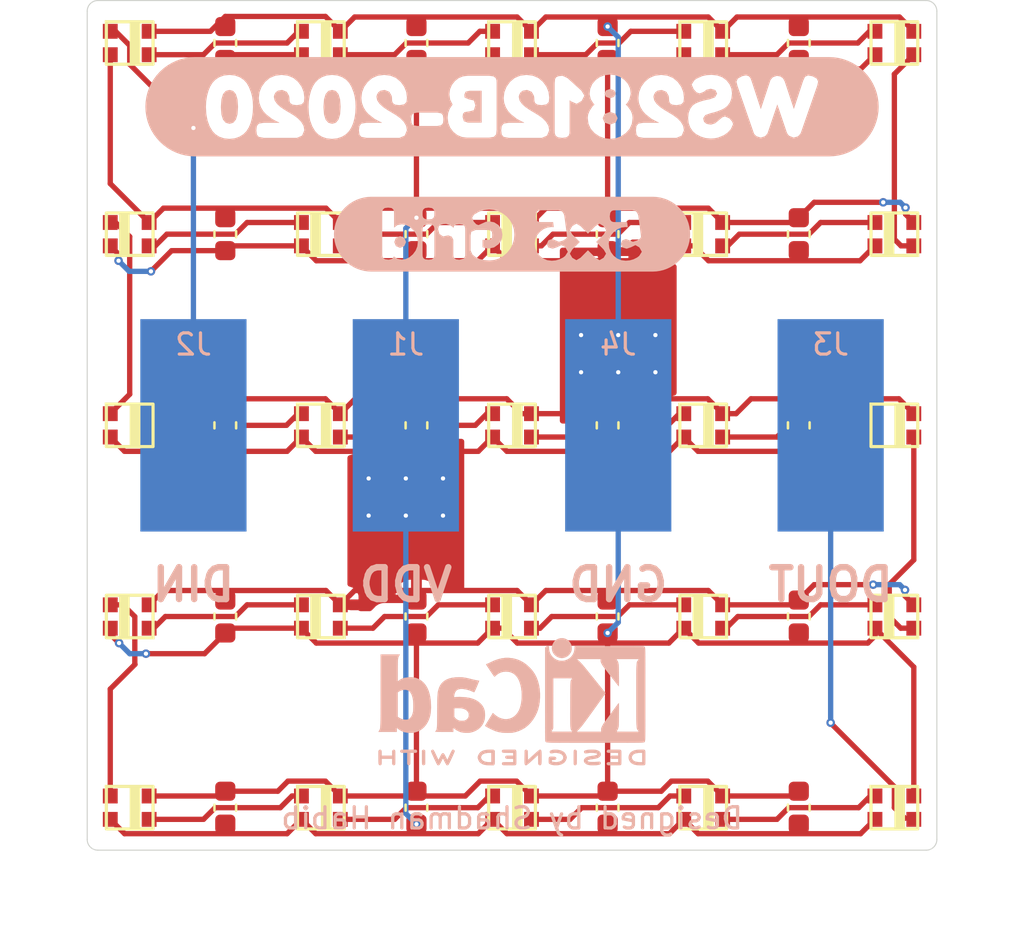
<source format=kicad_pcb>
(kicad_pcb (version 20211014) (generator pcbnew)
  (layers (0 "F.Cu" signal) (31 "B.Cu" signal) (34 "B.Paste" user) (35 "F.Paste" user) (36 "B.SilkS" user "B.Silkscreen") (37 "F.SilkS" user "F.Silkscreen") (38 "B.Mask" user) (39 "F.Mask" user) (44 "Edge.Cuts" user))
  (net 0 "")
  (net 1 "Net-(D1-Pad1)")
  (net 2 "GND")
  (net 3 "/DIN")
  (net 4 "VDD")
  (net 5 "Net-(D2-Pad1)")
  (net 6 "/DOUT_R1")
  (net 7 "Net-(D3-Pad1)")
  (net 8 "/DOUT_R2")
  (net 9 "Net-(D4-Pad1)")
  (net 10 "/DOUT_R3")
  (net 11 "Net-(D10-Pad3)")
  (net 12 "/DOUT_R4")
  (net 13 "Net-(D11-Pad3)")
  (net 14 "Net-(D12-Pad3)")
  (net 15 "Net-(D13-Pad3)")
  (net 16 "Net-(D14-Pad3)")
  (net 17 "Net-(D10-Pad1)")
  (net 18 "Net-(D11-Pad1)")
  (net 19 "Net-(D12-Pad1)")
  (net 20 "Net-(D13-Pad1)")
  (net 21 "Net-(D14-Pad1)")
  (net 22 "Net-(D15-Pad1)")
  (net 23 "Net-(D16-Pad1)")
  (net 24 "Net-(D17-Pad1)")
  (net 25 "Net-(D18-Pad1)")
  (net 26 "Net-(D19-Pad1)")
  (net 27 "Net-(D20-Pad1)")
  (net 28 "/DOUT")
  (footprint "Capacitor_SMD:C_0603_1608Metric" (layer "F.Cu") (at 111.5 75 90)
    (fp_text reference "C9" hide)
    (fp_text value "100n")
  )
  (footprint "WS2812B-2020:WS2812B-2020" (layer "F.Cu") (at 116 93)
    (fp_text reference "D10" hide)
    (fp_text value "WS2812B-2020")
  )
  (footprint "Capacitor_SMD:C_0603_1608Metric" (layer "F.Cu") (at 138.5 84 -90)
    (fp_text reference "C16" hide)
    (fp_text value "100n")
  )
  (footprint "WS2812B-2020:WS2812B-2020" (layer "F.Cu") (at 125 75)
    (fp_text reference "D13" hide)
    (fp_text value "WS2812B-2020")
  )
  (footprint "WS2812B-2020:WS2812B-2020" (layer "F.Cu") (at 143 66 180)
    (fp_text reference "D2" hide)
    (fp_text value "WS2812B-2020")
  )
  (footprint "WS2812B-2020:WS2812B-2020" (layer "F.Cu") (at 125 93)
    (fp_text reference "D15" hide)
    (fp_text value "WS2812B-2020")
  )
  (footprint "Capacitor_SMD:C_0603_1608Metric" (layer "F.Cu") (at 111.5 66 -90)
    (fp_text reference "C5" hide)
    (fp_text value "100n")
  )
  (footprint "Capacitor_SMD:C_0603_1608Metric" (layer "F.Cu") (at 120.5 75 90)
    (fp_text reference "C10" hide)
    (fp_text value "100n")
  )
  (footprint "Capacitor_SMD:C_0603_1608Metric" (layer "F.Cu") (at 111.5 57 90)
    (fp_text reference "C1" hide)
    (fp_text value "100n")
  )
  (footprint "WS2812B-2020:WS2812B-2020" (layer "F.Cu") (at 134 75)
    (fp_text reference "D18" hide)
    (fp_text value "WS2812B-2020")
  )
  (footprint "Capacitor_SMD:C_0603_1608Metric" (layer "F.Cu") (at 138.5 75 90)
    (fp_text reference "C12" hide)
    (fp_text value "100n")
  )
  (footprint "WS2812B-2020:WS2812B-2020" (layer "F.Cu") (at 134 57)
    (fp_text reference "D16" hide)
    (fp_text value "WS2812B-2020")
  )
  (footprint "Capacitor_SMD:C_0603_1608Metric" (layer "F.Cu") (at 120.5 84 -90)
    (fp_text reference "C14" hide)
    (fp_text value "100n")
  )
  (footprint "WS2812B-2020:WS2812B-2020" (layer "F.Cu") (at 125 84 180)
    (fp_text reference "D14" hide)
    (fp_text value "WS2812B-2020")
  )
  (footprint "WS2812B-2020:WS2812B-2020" (layer "F.Cu") (at 134 84 180)
    (fp_text reference "D9" hide)
    (fp_text value "WS2812B-2020")
  )
  (footprint "WS2812B-2020:WS2812B-2020" (layer "F.Cu") (at 107 75)
    (fp_text reference "D3" hide)
    (fp_text value "WS2812B-2020")
  )
  (footprint "WS2812B-2020:WS2812B-2020" (layer "F.Cu") (at 143 57)
    (fp_text reference "D21" hide)
    (fp_text value "WS2812B-2020")
  )
  (footprint "Capacitor_SMD:C_0603_1608Metric" (layer "F.Cu") (at 129.5 57 90)
    (fp_text reference "C3" hide)
    (fp_text value "100n")
  )
  (footprint "WS2812B-2020:WS2812B-2020" (layer "F.Cu") (at 116 57)
    (fp_text reference "D6" hide)
    (fp_text value "WS2812B-2020")
  )
  (footprint "WS2812B-2020:WS2812B-2020" (layer "F.Cu") (at 125 66 180)
    (fp_text reference "D12" hide)
    (fp_text value "WS2812B-2020")
  )
  (footprint "Capacitor_SMD:C_0603_1608Metric" (layer "F.Cu") (at 129.5 84 -90)
    (fp_text reference "C15" hide)
    (fp_text value "100n")
  )
  (footprint "Capacitor_SMD:C_0603_1608Metric" (layer "F.Cu") (at 138.5 66 -90)
    (fp_text reference "C8" hide)
    (fp_text value "100n")
  )
  (footprint "WS2812B-2020:WS2812B-2020" (layer "F.Cu") (at 143 75)
    (fp_text reference "D23" hide)
    (fp_text value "WS2812B-2020")
  )
  (footprint "WS2812B-2020:WS2812B-2020" (layer "F.Cu") (at 134 66 180)
    (fp_text reference "D7" hide)
    (fp_text value "WS2812B-2020")
  )
  (footprint "Capacitor_SMD:C_0603_1608Metric" (layer "F.Cu") (at 120.5 57 90)
    (fp_text reference "C2" hide)
    (fp_text value "100n")
  )
  (footprint "WS2812B-2020:WS2812B-2020" (layer "F.Cu") (at 116 66 180)
    (fp_text reference "D17" hide)
    (fp_text value "WS2812B-2020")
  )
  (footprint "Capacitor_SMD:C_0603_1608Metric" (layer "F.Cu") (at 111.5 93 90)
    (fp_text reference "C17" hide)
    (fp_text value "100n")
  )
  (footprint "WS2812B-2020:WS2812B-2020" (layer "F.Cu") (at 107 84 180)
    (fp_text reference "D24" hide)
    (fp_text value "WS2812B-2020")
  )
  (footprint "WS2812B-2020:WS2812B-2020" (layer "F.Cu") (at 107 57)
    (fp_text reference "D1" hide)
    (fp_text value "WS2812B-2020")
  )
  (footprint "Capacitor_SMD:C_0603_1608Metric" (layer "F.Cu") (at 129.5 93 90)
    (fp_text reference "C19" hide)
    (fp_text value "100n")
  )
  (footprint "Capacitor_SMD:C_0603_1608Metric" (layer "F.Cu") (at 138.5 57 90)
    (fp_text reference "C4" hide)
    (fp_text value "100n")
  )
  (footprint "WS2812B-2020:WS2812B-2020" (layer "F.Cu") (at 134 93)
    (fp_text reference "D20" hide)
    (fp_text value "WS2812B-2020")
  )
  (footprint "Capacitor_SMD:C_0603_1608Metric" (layer "F.Cu") (at 138.5 93 90)
    (fp_text reference "C20" hide)
    (fp_text value "100n")
  )
  (footprint "WS2812B-2020:WS2812B-2020" (layer "F.Cu") (at 143 93)
    (fp_text reference "D25" hide)
    (fp_text value "WS2812B-2020")
  )
  (footprint "WS2812B-2020:WS2812B-2020" (layer "F.Cu") (at 116 75)
    (fp_text reference "D8" hide)
    (fp_text value "WS2812B-2020")
  )
  (footprint "Capacitor_SMD:C_0603_1608Metric" (layer "F.Cu") (at 129.5 75 90)
    (fp_text reference "C11" hide)
    (fp_text value "100n")
  )
  (footprint "WS2812B-2020:WS2812B-2020" (layer "F.Cu") (at 107 93)
    (fp_text reference "D5" hide)
    (fp_text value "WS2812B-2020")
  )
  (footprint "WS2812B-2020:WS2812B-2020" (layer "F.Cu") (at 125 57)
    (fp_text reference "D11" hide)
    (fp_text value "WS2812B-2020")
  )
  (footprint "Capacitor_SMD:C_0603_1608Metric" (layer "F.Cu") (at 111.5 84 -90)
    (fp_text reference "C13" hide)
    (fp_text value "100n")
  )
  (footprint "Capacitor_SMD:C_0603_1608Metric" (layer "F.Cu") (at 129.5 66 -90)
    (fp_text reference "C7" hide)
    (fp_text value "100n")
  )
  (footprint "WS2812B-2020:WS2812B-2020" (layer "F.Cu") (at 116 84 180)
    (fp_text reference "D19" hide)
    (fp_text value "WS2812B-2020")
  )
  (footprint "WS2812B-2020:WS2812B-2020" (layer "F.Cu") (at 107 66 180)
    (fp_text reference "D22" hide)
    (fp_text value "WS2812B-2020")
  )
  (footprint "WS2812B-2020:WS2812B-2020" (layer "F.Cu") (at 143 84 180)
    (fp_text reference "D4" hide)
    (fp_text value "WS2812B-2020")
  )
  (footprint "Capacitor_SMD:C_0603_1608Metric" (layer "F.Cu") (at 120.5 66 -90)
    (fp_text reference "C6" hide)
    (fp_text value "100n")
  )
  (footprint "Capacitor_SMD:C_0603_1608Metric" (layer "F.Cu") (at 120.5 93 90)
    (fp_text reference "C18" hide)
    (fp_text value "100n")
  )
  (footprint "kibuzzard-6351D6F9" (layer "B.Cu") (at 125 66 180)
    (fp_text reference "kibuzzard-6351D6F9" hide)
    (fp_text value "G***" hide)
  )
  (footprint "Connector_Wire:SolderWirePad_1x01_SMD_5x10mm" (layer "B.Cu") (at 110 75 180)
    (fp_text reference "J2")
    (fp_text value "Conn_01x01_Male")
  )
  (footprint "Connector_Wire:SolderWirePad_1x01_SMD_5x10mm" (layer "B.Cu") (at 140 75 180)
    (fp_text reference "J3")
    (fp_text value "Conn_01x01_Male")
  )
  (footprint "kibuzzard-6351D6C0" (layer "B.Cu") (at 125 60 180)
    (fp_text reference "kibuzzard-6351D6C0" hide)
    (fp_text value "G***" hide)
  )
  (footprint "Connector_Wire:SolderWirePad_1x01_SMD_5x10mm" (layer "B.Cu") (at 130 75 180)
    (fp_text reference "J4")
    (fp_text value "Conn_01x01_Male")
  )
  (footprint "Connector_Wire:SolderWirePad_1x01_SMD_5x10mm" (layer "B.Cu") (at 120 75 180)
    (fp_text reference "J1")
    (fp_text value "Conn_01x01_Male")
  )
  (footprint "Symbol:KiCad-Logo2_5mm_SilkScreen" (layer "B.Cu") (at 125 88 180)
    (fp_text reference "REF**" hide)
    (fp_text value "KiCad-Logo2_5mm_SilkScreen" hide)
  )
  (gr_line (start 105.5 95) (end 144.5 95) (layer "Edge.Cuts") (width 0.05))
  (gr_line (start 145 94.5) (end 145 55.5) (layer "Edge.Cuts") (width 0.05))
  (gr_arc (start 105.5 95) (mid 105.146447 94.853553) (end 105 94.5) (layer "Edge.Cuts") (width 0.05))
  (gr_arc (start 145 94.5) (mid 144.853553 94.853553) (end 144.5 95) (layer "Edge.Cuts") (width 0.05))
  (gr_line (start 144.5 55) (end 105.5 55) (layer "Edge.Cuts") (width 0.05))
  (gr_arc (start 105 55.5) (mid 105.146447 55.146447) (end 105.5 55) (layer "Edge.Cuts") (width 0.05))
  (gr_line (start 105 55.5) (end 105 94.5) (layer "Edge.Cuts") (width 0.05))
  (gr_arc (start 144.5 55) (mid 144.853553 55.146447) (end 145 55.5) (layer "Edge.Cuts") (width 0.05))
  (gr_text "DIN" (at 110 82.5) (layer "B.SilkS") (effects (font (size 1.5 1.5) (thickness 0.3)) (justify mirror)))
  (gr_text "DOUT" (at 140 82.5) (layer "B.SilkS") (effects (font (size 1.5 1.5) (thickness 0.3)) (justify mirror)))
  (gr_text "VDD" (at 120 82.5) (layer "B.SilkS") (effects (font (size 1.5 1.5) (thickness 0.3)) (justify mirror)))
  (gr_text "GND" (at 130 82.5) (layer "B.SilkS") (effects (font (size 1.5 1.5) (thickness 0.3)) (justify mirror)))
  (gr_text "Designed by Shadman Habib" (at 125 93.5) (layer "B.SilkS") (effects (font (size 1 1) (thickness 0.153)) (justify mirror)))
  (segment (start 111.022382 57.00048) (end 114.40952 57.00048) (width 0.25) (layer "F.Cu") (net 1))
  (segment (start 107.915 57.55) (end 110.472862 57.55) (width 0.25) (layer "F.Cu") (net 1))
  (segment (start 114.40952 57.00048) (end 114.96 56.45) (width 0.25) (layer "F.Cu") (net 1))
  (segment (start 110.472862 57.55) (end 111.022382 57.00048) (width 0.25) (layer "F.Cu") (net 1))
  (segment (start 114.96 56.45) (end 115.085 56.45) (width 0.25) (layer "F.Cu") (net 1))
  (segment (start 106.4755 66.9405) (end 106.085 66.55) (width 0.25) (layer "F.Cu") (net 2))
  (segment (start 110.8 56.45) (end 107.915 56.45) (width 0.25) (layer "F.Cu") (net 2))
  (segment (start 116.915 74.45) (end 116.215 73.75) (width 0.25) (layer "F.Cu") (net 2))
  (segment (start 129.5 92.225) (end 129.5 84.775) (width 0.25) (layer "F.Cu") (net 2))
  (segment (start 129.5 92.225) (end 132.025 92.225) (width 0.25) (layer "F.Cu") (net 2))
  (segment (start 111.5 55.75) (end 110.8 56.45) (width 0.25) (layer "F.Cu") (net 2))
  (segment (start 115.085 66.55) (end 111.725 66.55) (width 0.25) (layer "F.Cu") (net 2))
  (segment (start 123.5 91.75) (end 125.215 91.75) (width 0.25) (layer "F.Cu") (net 2))
  (segment (start 114.45 91.75) (end 116.215 91.75) (width 0.25) (layer "F.Cu") (net 2))
  (segment (start 132.025 92.225) (end 132.5 91.75) (width 0.25) (layer "F.Cu") (net 2))
  (segment (start 132.385 85.25) (end 133.085 84.55) (width 0.25) (layer "F.Cu") (net 2))
  (segment (start 116.215 55.75) (end 111.5 55.75) (width 0.25) (layer "F.Cu") (net 2))
  (segment (start 134.25 67.25) (end 141.385 67.25) (width 0.25) (layer "F.Cu") (net 2))
  (segment (start 134.915 92.45) (end 138.275 92.45) (width 0.25) (layer "F.Cu") (net 2))
  (segment (start 108.975 66.775) (end 108 67.75) (width 0.25) (layer "F.Cu") (net 2))
  (segment (start 111.5 92.225) (end 113.975 92.225) (width 0.25) (layer "F.Cu") (net 2))
  (segment (start 135.55 74.45) (end 134.915 74.45) (width 0.25) (layer "F.Cu") (net 2))
  (segment (start 106.085 84.835) (end 106.5 85.25) (width 0.25) (layer "F.Cu") (net 2))
  (segment (start 123.385 67.25) (end 124.085 66.55) (width 0.25) (layer "F.Cu") (net 2))
  (segment (start 143.240489 55.775489) (end 135.589511 55.775489) (width 0.25) (layer "F.Cu") (net 2))
  (segment (start 110.525 85.75) (end 107.764989 85.75) (width 0.25) (layer "F.Cu") (net 2))
  (segment (start 143.915 86.38) (end 142.085 84.55) (width 0.25) (layer "F.Cu") (net 2))
  (segment (start 116.915 92.45) (end 122.8 92.45) (width 0.25) (layer "F.Cu") (net 2))
  (segment (start 134.215 73.75) (end 131.5 73.75) (width 0.25) (layer "F.Cu") (net 2))
  (segment (start 116.215 73.75) (end 110.25 73.75) (width 0.25) (layer "F.Cu") (net 2))
  (segment (start 124.085 84.55) (end 124.55 84.55) (width 0.25) (layer "F.Cu") (net 2))
  (segment (start 115.085 66.55) (end 115.785 67.25) (width 0.25) (layer "F.Cu") (net 2))
  (segment (start 116.215 91.75) (end 116.915 92.45) (width 0.25) (layer "F.Cu") (net 2))
  (segment (start 107.915 92.45) (end 111.275 92.45) (width 0.25) (layer "F.Cu") (net 2))
  (segment (start 134.215 91.75) (end 134.915 92.45) (width 0.25) (layer "F.Cu") (net 2))
  (segment (start 116.915 56.45) (end 116.215 55.75) (width 0.25) (layer "F.Cu") (net 2))
  (segment (start 143.215 73.75) (end 136.25 73.75) (width 0.25) (layer "F.Cu") (net 2))
  (segment (start 130.8 74.45) (end 125.915 74.45) (width 0.25) (layer "F.Cu") (net 2))
  (segment (start 120.5 92.225) (end 120.5 84.775) (width 0.25) (layer "F.Cu") (net 2))
  (segment (start 124.085 66.55) (end 124.785 67.25) (width 0.25) (layer "F.Cu") (net 2))
  (segment (start 113.975 92.225) (end 114.45 91.75) (width 0.25) (layer "F.Cu") (net 2))
  (segment (start 143.915 92.45) (end 143.915 86.38) (width 0.25) (layer "F.Cu") (net 2))
  (segment (start 122.8 92.45) (end 123.5 91.75) (width 0.25) (layer "F.Cu") (net 2))
  (segment (start 134.915 74.45) (end 134.215 73.75) (width 0.25) (layer "F.Cu") (net 2))
  (segment (start 109.55 74.45) (end 107.915 74.45) (width 0.25) (layer "F.Cu") (net 2))
  (segment (start 133.55 66.55) (end 134.25 67.25) (width 0.25) (layer "F.Cu") (net 2))
  (segment (start 124.75 73.75) (end 117.615 73.75) (width 0.25) (layer "F.Cu") (net 2))
  (segment (start 110.25 73.75) (end 109.55 74.45) (width 0.25) (layer "F.Cu") (net 2))
  (segment (start 124.785 67.25) (end 131.75 67.25) (width 0.25) (layer "F.Cu") (net 2))
  (segment (start 131.5 73.75) (end 130.8 74.45) (width 0.25) (layer "F.Cu") (net 2))
  (segment (start 111.725 84.55) (end 111.5 84.775) (width 0.25) (layer "F.Cu") (net 2))
  (segment (start 143.915 56.45) (end 143.240489 55.775489) (width 0.25) (layer "F.Cu") (net 2))
  (segment (start 126.589511 55.775489) (end 125.915 56.45) (width 0.25) (layer "F.Cu") (net 2))
  (segment (start 132.45 66.55) (end 133.085 66.55) (width 0.25) (layer "F.Cu") (net 2))
  (segment (start 133.085 66.55) (end 133.55 66.55) (width 0.25) (layer "F.Cu") (net 2))
  (segment (start 125.240489 55.775489) (end 117.589511 55.775489) (width 0.25) (layer "F.Cu") (net 2))
  (segment (start 117.615 73.75) (end 116.915 74.45) (width 0.25) (layer "F.Cu") (net 2))
  (segment (start 115.085 84.55) (end 111.725 84.55) (width 0.25) (layer "F.Cu") (net 2))
  (segment (start 115.785 67.25) (end 123.385 67.25) (width 0.25) (layer "F.Cu") (net 2))
  (segment (start 125.915 92.45) (end 129.275 92.45) (width 0.25) (layer "F.Cu") (net 2))
  (segment (start 132.5 91.75) (end 134.215 91.75) (width 0.25) (layer "F.Cu") (net 2))
  (segment (start 143.915 74.45) (end 143.215 73.75) (width 0.25) (layer "F.Cu") (net 2))
  (segment (start 131.75 67.25) (end 132.45 66.55) (width 0.25) (layer "F.Cu") (net 2))
  (segment (start 124.55 84.55) (end 125.25 85.25) (width 0.25) (layer "F.Cu") (net 2))
  (segment (start 133.085 84.55) (end 133.785 85.25) (width 0.25) (layer "F.Cu") (net 2))
  (segment (start 115.085 84.55) (end 115.785 85.25) (width 0.25) (layer "F.Cu") (net 2))
  (segment (start 115.785 85.25) (end 123.385 85.25) (width 0.25) (layer "F.Cu") (net 2))
  (segment (start 125.45 74.45) (end 124.75 73.75) (width 0.25) (layer "F.Cu") (net 2))
  (segment (start 125.915 56.45) (end 125.240489 55.775489) (width 0.25) (layer "F.Cu") (net 2))
  (segment (start 141.75 85.25) (end 142.085 84.915) (width 0.25) (layer "F.Cu") (net 2))
  (segment (start 129.275 92.45) (end 129.5 92.225) (width 0.25) (layer "F.Cu") (net 2))
  (segment (start 117.589511 55.775489) (end 116.915 56.45) (width 0.25) (layer "F.Cu") (net 2))
  (segment (start 142.085 84.915) (end 142.085 84.55) (width 0.25) (layer "F.Cu") (net 2))
  (segment (start 133.785 85.25) (end 141.75 85.25) (width 0.25) (layer "F.Cu") (net 2))
  (segment (start 125.915 74.45) (end 125.45 74.45) (width 0.25) (layer "F.Cu") (net 2))
  (segment (start 135.589511 55.775489) (end 134.915 56.45) (width 0.25) (layer "F.Cu") (net 2))
  (segment (start 111.725 66.55) (end 111.5 66.775) (width 0.25) (layer "F.Cu") (net 2))
  (segment (start 134.240489 55.775489) (end 126.589511 55.775489) (width 0.25) (layer "F.Cu") (net 2))
  (segment (start 111.275 92.45) (end 111.5 92.225) (width 0.25) (layer "F.Cu") (net 2))
  (segment (start 123.385 85.25) (end 124.085 84.55) (width 0.25) (layer "F.Cu") (net 2))
  (segment (start 136.25 73.75) (end 135.55 74.45) (width 0.25) (layer "F.Cu") (net 2))
  (segment (start 138.275 92.45) (end 138.5 92.225) (width 0.25) (layer "F.Cu") (net 2))
  (segment (start 106.4755 67.25) (end 106.4755 66.9405) (width 0.25) (layer "F.Cu") (net 2))
  (segment (start 106.085 84.55) (end 106.085 84.835) (width 0.25) (layer "F.Cu") (net 2))
  (segment (start 134.915 56.45) (end 134.240489 55.775489) (width 0.25) (layer "F.Cu") (net 2))
  (segment (start 125.215 91.75) (end 125.915 92.45) (width 0.25) (layer "F.Cu") (net 2))
  (segment (start 141.385 67.25) (end 142.085 66.55) (width 0.25) (layer "F.Cu") (net 2))
  (segment (start 111.5 84.775) (end 110.525 85.75) (width 0.25) (layer "F.Cu") (net 2))
  (segment (start 125.25 85.25) (end 132.385 85.25) (width 0.25) (layer "F.Cu") (net 2))
  (segment (start 111.5 66.775) (end 108.975 66.775) (width 0.25) (layer "F.Cu") (net 2))
  (via (at 107.764989 85.75) (size 0.4) (drill 0.2) (layers "F.Cu" "B.Cu") (net 2))
  (via (at 106.4755 67.25) (size 0.4) (drill 0.2) (layers "F.Cu" "B.Cu") (net 2))
  (via (at 129.5 56.225) (size 0.4) (drill 0.2) (layers "F.Cu" "B.Cu") (net 2))
  (via (at 108 67.75) (size 0.4) (drill 0.2) (layers "F.Cu" "B.Cu") (net 2))
  (via (at 106.5 85.25) (size 0.4) (drill 0.2) (layers "F.Cu" "B.Cu") (net 2))
  (via (at 130 70.75) (size 0.4) (drill 0.2) (layers "F.Cu" "B.Cu") (net 2))
  (via (at 128.25 72.5) (size 0.4) (drill 0.2) (layers "F.Cu" "B.Cu") (net 2))
  (via (at 131.75 70.75) (size 0.4) (drill 0.2) (layers "F.Cu" "B.Cu") (net 2))
  (via (at 128.25 70.75) (size 0.4) (drill 0.2) (layers "F.Cu" "B.Cu") (net 2))
  (via (at 129.5 84.775) (size 0.4) (drill 0.2) (layers "F.Cu" "B.Cu") (net 2))
  (via (at 130 72.5) (size 0.4) (drill 0.2) (layers "F.Cu" "B.Cu") (net 2))
  (via (at 131.75 72.5) (size 0.4) (drill 0.2) (layers "F.Cu" "B.Cu") (net 2))
  (segment (start 106.9755 67.75) (end 106.4755 67.25) (width 0.25) (layer "B.Cu") (net 2))
  (segment (start 108 67.75) (end 106.9755 67.75) (width 0.25) (layer "B.Cu") (net 2))
  (segment (start 107 85.75) (end 106.5 85.25) (width 0.25) (layer "B.Cu") (net 2))
  (segment (start 130 75) (end 130 56.725) (width 0.25) (layer "B.Cu") (net 2))
  (segment (start 130 84.275) (end 129.5 84.775) (width 0.25) (layer "B.Cu") (net 2))
  (segment (start 130 56.725) (end 129.5 56.225) (width 0.25) (layer "B.Cu") (net 2))
  (segment (start 130 75) (end 130 84.275) (width 0.25) (layer "B.Cu") (net 2))
  (segment (start 107.764989 85.75) (end 107 85.75) (width 0.25) (layer "B.Cu") (net 2))
  (segment (start 106.085 56.45) (end 106.334022 56.45) (width 0.25) (layer "F.Cu") (net 3))
  (segment (start 106.334022 56.45) (end 107 57.115978) (width 0.25) (layer "F.Cu") (net 3))
  (segment (start 107 58) (end 110 61) (width 0.25) (layer "F.Cu") (net 3))
  (segment (start 107 57.115978) (end 107 58) (width 0.25) (layer "F.Cu") (net 3))
  (via (at 110 61) (size 0.4) (drill 0.2) (layers "F.Cu" "B.Cu") (net 3))
  (segment (start 110 61) (end 110 75) (width 0.25) (layer "B.Cu") (net 3))
  (segment (start 134.915 83.45) (end 138.275 83.45) (width 0.25) (layer "F.Cu") (net 4))
  (segment (start 133.759511 76.224511) (end 141.410489 76.224511) (width 0.25) (layer "F.Cu") (net 4))
  (segment (start 123.410489 58.224511) (end 124.085 57.55) (width 0.25) (layer "F.Cu") (net 4))
  (segment (start 116.240489 64.775489) (end 108.589511 64.775489) (width 0.25) (layer "F.Cu") (net 4))
  (segment (start 138.275 65.45) (end 134.915 65.45) (width 0.25) (layer "F.Cu") (net 4))
  (segment (start 106.085 63.62) (end 107.915 65.45) (width 0.25) (layer "F.Cu") (net 4))
  (segment (start 139.225 82.5) (end 142 82.5) (width 0.25) (layer "F.Cu") (net 4))
  (segment (start 116.915 65.45) (end 116.240489 64.775489) (width 0.25) (layer "F.Cu") (net 4))
  (segment (start 132.410489 94.224511) (end 133.085 93.55) (width 0.25) (layer "F.Cu") (net 4))
  (segment (start 117.589511 64.775489) (end 116.915 65.45) (width 0.25) (layer "F.Cu") (net 4))
  (segment (start 123.410489 94.224511) (end 124.085 93.55) (width 0.25) (layer "F.Cu") (net 4))
  (segment (start 124.759511 76.224511) (end 132.410489 76.224511) (width 0.25) (layer "F.Cu") (net 4))
  (segment (start 116.915 83.45) (end 116.240489 82.775489) (width 0.25) (layer "F.Cu") (net 4))
  (segment (start 114.410489 94.224511) (end 115.085 93.55) (width 0.25) (layer "F.Cu") (net 4))
  (segment (start 124.085 75.55) (end 124.759511 76.224511) (width 0.25) (layer "F.Cu") (net 4))
  (segment (start 143.5 82.75) (end 143.5 83.035) (width 0.25) (layer "F.Cu") (net 4))
  (segment (start 115.085 57.55) (end 111.725 57.55) (width 0.25) (layer "F.Cu") (net 4))
  (segment (start 134.240489 82.775489) (end 126.589511 82.775489) (width 0.25) (layer "F.Cu") (net 4))
  (segment (start 141.410489 76.224511) (end 142.085 75.55) (width 0.25) (layer "F.Cu") (net 4))
  (segment (start 124.759511 58.224511) (end 132.410489 58.224511) (width 0.25) (layer "F.Cu") (net 4))
  (segment (start 143.5245 64.75) (end 143.5245 65.0595) (width 0.25) (layer "F.Cu") (net 4))
  (segment (start 106.759511 76.224511) (end 114.410489 76.224511) (width 0.25) (layer "F.Cu") (net 4))
  (segment (start 117.589511 82.775489) (end 116.915 83.45) (width 0.25) (layer "F.Cu") (net 4))
  (segment (start 138.5 65.225) (end 139.225 64.5) (width 0.25) (layer "F.Cu") (net 4))
  (segment (start 143.5245 65.0595) (end 143.915 65.45) (width 0.25) (layer "F.Cu") (net 4))
  (segment (start 115.085 93.55) (end 115.759511 94.224511) (width 0.25) (layer "F.Cu") (net 4))
  (segment (start 133.085 57.55) (end 133.759511 58.224511) (width 0.25) (layer "F.Cu") (net 4))
  (segment (start 143.5 83.035) (end 143.915 83.45) (width 0.25) (layer "F.Cu") (net 4))
  (segment (start 139.225 64.5) (end 142.4755 64.5) (width 0.25) (layer "F.Cu") (net 4))
  (segment (start 124.085 93.55) (end 124.759511 94.224511) (width 0.25) (layer "F.Cu") (net 4))
  (segment (start 125.915 65.45) (end 125.240489 64.775489) (width 0.25) (layer "F.Cu") (net 4))
  (segment (start 124.759511 94.224511) (end 132.410489 94.224511) (width 0.25) (layer "F.Cu") (net 4))
  (segment (start 106.085 93.55) (end 106.759511 94.224511) (width 0.25) (layer "F.Cu") (net 4))
  (segment (start 138.5 83.225) (end 139.225 82.5) (width 0.25) (layer "F.Cu") (net 4))
  (segment (start 108.589511 82.775489) (end 107.915 83.45) (width 0.25) (layer "F.Cu") (net 4))
  (segment (start 125.240489 64.775489) (end 117.589511 64.775489) (width 0.25) (layer "F.Cu") (net 4))
  (segment (start 141.410489 58.224511) (end 142.085 57.55) (width 0.25) (layer "F.Cu") (net 4))
  (segment (start 132.410489 76.224511) (end 133.085 75.55) (width 0.25) (layer "F.Cu") (net 4))
  (segment (start 108.589511 64.775489) (end 107.915 65.45) (width 0.25) (layer "F.Cu") (net 4))
  (segment (start 133.759511 94.224511) (end 141.410489 94.224511) (width 0.25) (layer "F.Cu") (net 4))
  (segment (start 115.085 57.55) (end 115.759511 58.224511) (width 0.25) (layer "F.Cu") (net 4))
  (segment (start 123.410489 76.224511) (end 124.085 75.55) (width 0.25) (layer "F.Cu") (net 4))
  (segment (start 133.759511 58.224511) (end 141.410489 58.224511) (width 0.25) (layer "F.Cu") (net 4))
  (segment (start 115.759511 58.224511) (end 123.410489 58.224511) (width 0.25) (layer "F.Cu") (net 4))
  (segment (start 133.085 75.55) (end 133.759511 76.224511) (width 0.25) (layer "F.Cu") (net 4))
  (segment (start 134.915 65.45) (end 134.240489 64.775489) (width 0.25) (layer "F.Cu") (net 4))
  (segment (start 116.240489 82.775489) (end 108.589511 82.775489) (width 0.25) (layer "F.Cu") (net 4))
  (segment (start 141.410489 94.224511) (end 142.085 93.55) (width 0.25) (layer "F.Cu") (net 4))
  (segment (start 125.240489 82.775489) (end 117.589511 82.775489) (width 0.25) (layer "F.Cu") (net 4))
  (segment (start 134.915 83.45) (end 134.240489 82.775489) (width 0.25) (layer "F.Cu") (net 4))
  (segment (start 126.589511 82.775489) (end 125.915 83.45) (width 0.25) (layer "F.Cu") (net 4))
  (segment (start 133.085 93.55) (end 133.759511 94.224511) (width 0.25) (layer "F.Cu") (net 4))
  (segment (start 132.410489 58.224511) (end 133.085 57.55) (width 0.25) (layer "F.Cu") (net 4))
  (segment (start 106.085 57.55) (end 106.085 63.62) (width 0.25) (layer "F.Cu") (net 4))
  (segment (start 138.275 83.45) (end 138.5 83.225) (width 0.25) (layer "F.Cu") (net 4))
  (segment (start 124.085 57.55) (end 124.759511 58.224511) (width 0.25) (layer "F.Cu") (net 4))
  (segment (start 106.759511 94.224511) (end 114.410489 94.224511) (width 0.25) (layer "F.Cu") (net 4))
  (segment (start 115.759511 76.224511) (end 123.410489 76.224511) (width 0.25) (layer "F.Cu") (net 4))
  (segment (start 129.5 57.775) (end 129.5 65.225) (width 0.25) (layer "F.Cu") (net 4))
  (segment (start 106.085 75.55) (end 106.759511 76.224511) (width 0.25) (layer "F.Cu") (net 4))
  (segment (start 126.589511 64.775489) (end 125.915 65.45) (width 0.25) (layer "F.Cu") (net 4))
  (segment (start 115.759511 94.224511) (end 123.410489 94.224511) (width 0.25) (layer "F.Cu") (net 4))
  (segment (start 115.085 75.55) (end 115.759511 76.224511) (width 0.25) (layer "F.Cu") (net 4))
  (segment (start 138.5 65.225) (end 138.275 65.45) (width 0.25) (layer "F.Cu") (net 4))
  (segment (start 134.240489 64.775489) (end 126.589511 64.775489) (width 0.25) (layer "F.Cu") (net 4))
  (segment (start 125.915 83.45) (end 125.240489 82.775489) (width 0.25) (layer "F.Cu") (net 4))
  (segment (start 120.5 57.775) (end 120.5 65.225) (width 0.25) (layer "F.Cu") (net 4))
  (segment (start 114.410489 76.224511) (end 115.085 75.55) (width 0.25) (layer "F.Cu") (net 4))
  (segment (start 111.725 57.55) (end 111.5 57.775) (width 0.25) (layer "F.Cu") (net 4))
  (via (at 120.5 65.225) (size 0.4) (drill 0.2) (layers "F.Cu" "B.Cu") (net 4))
  (via (at 120 79.25) (size 0.4) (drill 0.2) (layers "F.Cu" "B.Cu") (net 4))
  (via (at 142.4755 64.5) (size 0.4) (drill 0.2) (layers "F.Cu" "B.Cu") (net 4))
  (via (at 143.5245 64.75) (size 0.4) (drill 0.2) (layers "F.Cu" "B.Cu") (net 4))
  (via (at 120 77.5) (size 0.4) (drill 0.2) (layers "F.Cu" "B.Cu") (net 4))
  (via (at 118.25 79.25) (size 0.4) (drill 0.2) (layers "F.Cu" "B.Cu") (net 4))
  (via (at 143.5 82.75) (size 0.4) (drill 0.2) (layers "F.Cu" "B.Cu") (net 4))
  (via (at 118.25 77.5) (size 0.4) (drill 0.2) (layers "F.Cu" "B.Cu") (net 4))
  (via (at 120.5 93.775) (size 0.4) (drill 0.2) (layers "F.Cu" "B.Cu") (net 4))
  (via (at 142 82.5) (size 0.4) (drill 0.2) (layers "F.Cu" "B.Cu") (net 4))
  (via (at 121.75 77.5) (size 0.4) (drill 0.2) (layers "F.Cu" "B.Cu") (net 4))
  (via (at 121.75 79.25) (size 0.4) (drill 0.2) (layers "F.Cu" "B.Cu") (net 4))
  (segment (start 142.4755 64.5) (end 143.2745 64.5) (width 0.25) (layer "B.Cu") (net 4))
  (segment (start 120 65.725) (end 120.5 65.225) (width 0.25) (layer "B.Cu") (net 4))
  (segment (start 143.25 82.5) (end 143.5 82.75) (width 0.25) (layer "B.Cu") (net 4))
  (segment (start 142 82.5) (end 143.25 82.5) (width 0.25) (layer "B.Cu") (net 4))
  (segment (start 143.2745 64.5) (end 143.5245 64.75) (width 0.25) (layer "B.Cu") (net 4))
  (segment (start 120 75) (end 120 93.275) (width 0.25) (layer "B.Cu") (net 4))
  (segment (start 120 93.275) (end 120.5 93.775) (width 0.25) (layer "B.Cu") (net 4))
  (segment (start 120 75) (end 120 65.725) (width 0.25) (layer "B.Cu") (net 4))
  (segment (start 139.527138 65.45) (end 138.977138 66) (width 0.25) (layer "F.Cu") (net 5))
  (segment (start 135.7 66) (end 135.15 66.55) (width 0.25) (layer "F.Cu") (net 5))
  (segment (start 142.085 65.45) (end 139.527138 65.45) (width 0.25) (layer "F.Cu") (net 5))
  (segment (start 138.977138 66) (end 135.7 66) (width 0.25) (layer "F.Cu") (net 5))
  (segment (start 135.15 66.55) (end 134.915 66.55) (width 0.25) (layer "F.Cu") (net 5))
  (segment (start 143.915 57.55) (end 143 58.465) (width 0.25) (layer "F.Cu") (net 6))
  (segment (start 143.315 66.55) (end 143.915 66.55) (width 0.25) (layer "F.Cu") (net 6))
  (segment (start 143 66.235) (end 143.315 66.55) (width 0.25) (layer "F.Cu") (net 6))
  (segment (start 143 58.465) (end 143 66.235) (width 0.25) (layer "F.Cu") (net 6))
  (segment (start 107.915 75.55) (end 110.472862 75.55) (width 0.25) (layer "F.Cu") (net 7))
  (segment (start 114.93 74.45) (end 115.085 74.45) (width 0.25) (layer "F.Cu") (net 7))
  (segment (start 111.022862 75) (end 114.38 75) (width 0.25) (layer "F.Cu") (net 7))
  (segment (start 110.472862 75.55) (end 111.022862 75) (width 0.25) (layer "F.Cu") (net 7))
  (segment (start 114.38 75) (end 114.93 74.45) (width 0.25) (layer "F.Cu") (net 7))
  (segment (start 106.085 65.45) (end 106.334022 65.45) (width 0.25) (layer "F.Cu") (net 8))
  (segment (start 106.334022 65.45) (end 107 66.115978) (width 0.25) (layer "F.Cu") (net 8))
  (segment (start 107 66.115978) (end 107 73.535) (width 0.25) (layer "F.Cu") (net 8))
  (segment (start 107 73.535) (end 106.085 74.45) (width 0.25) (layer "F.Cu") (net 8))
  (segment (start 138.977138 84) (end 135.63 84) (width 0.25) (layer "F.Cu") (net 9))
  (segment (start 139.527138 83.45) (end 138.977138 84) (width 0.25) (layer "F.Cu") (net 9))
  (segment (start 135.08 84.55) (end 134.915 84.55) (width 0.25) (layer "F.Cu") (net 9))
  (segment (start 135.63 84) (end 135.08 84.55) (width 0.25) (layer "F.Cu") (net 9))
  (segment (start 142.085 83.45) (end 139.527138 83.45) (width 0.25) (layer "F.Cu") (net 9))
  (segment (start 142.75 82.5) (end 143.915 81.335) (width 0.25) (layer "F.Cu") (net 10))
  (segment (start 143.915 84.55) (end 143.3 84.55) (width 0.25) (layer "F.Cu") (net 10))
  (segment (start 142.759511 82.509511) (end 142.75 82.5) (width 0.25) (layer "F.Cu") (net 10))
  (segment (start 142.759511 84.009511) (end 142.759511 82.509511) (width 0.25) (layer "F.Cu") (net 10))
  (segment (start 143.3 84.55) (end 142.759511 84.009511) (width 0.25) (layer "F.Cu") (net 10))
  (segment (start 143.915 81.335) (end 143.915 75.55) (width 0.25) (layer "F.Cu") (net 10))
  (segment (start 110.472862 93.55) (end 111.022862 93) (width 0.25) (layer "F.Cu") (net 11))
  (segment (start 111.022862 93) (end 114.09 93) (width 0.25) (layer "F.Cu") (net 11))
  (segment (start 114.09 93) (end 114.64 92.45) (width 0.25) (layer "F.Cu") (net 11))
  (segment (start 114.64 92.45) (end 115.085 92.45) (width 0.25) (layer "F.Cu") (net 11))
  (segment (start 107.915 93.55) (end 110.472862 93.55) (width 0.25) (layer "F.Cu") (net 11))
  (segment (start 107.240489 84.005489) (end 107.240489 86.240489) (width 0.25) (layer "F.Cu") (net 12))
  (segment (start 107.240489 86.240489) (end 107.25 86.25) (width 0.25) (layer "F.Cu") (net 12))
  (segment (start 107.25 86.25) (end 106.085 87.415) (width 0.25) (layer "F.Cu") (net 12))
  (segment (start 106.685 83.45) (end 107.240489 84.005489) (width 0.25) (layer "F.Cu") (net 12))
  (segment (start 106.085 83.45) (end 106.685 83.45) (width 0.25) (layer "F.Cu") (net 12))
  (segment (start 106.085 87.415) (end 106.085 92.45) (width 0.25) (layer "F.Cu") (net 12))
  (segment (start 123.485 56.45) (end 124.085 56.45) (width 0.25) (layer "F.Cu") (net 13))
  (segment (start 122.935 57) (end 123.485 56.45) (width 0.25) (layer "F.Cu") (net 13))
  (segment (start 119.472862 57.55) (end 120.022862 57) (width 0.25) (layer "F.Cu") (net 13))
  (segment (start 116.915 57.55) (end 119.472862 57.55) (width 0.25) (layer "F.Cu") (net 13))
  (segment (start 120.022862 57) (end 122.935 57) (width 0.25) (layer "F.Cu") (net 13))
  (segment (start 126.92952 66.00048) (end 126.38 66.55) (width 0.25) (layer "F.Cu") (net 14))
  (segment (start 126.38 66.55) (end 125.915 66.55) (width 0.25) (layer "F.Cu") (net 14))
  (segment (start 130.528098 65.45) (end 129.977618 66.00048) (width 0.25) (layer "F.Cu") (net 14))
  (segment (start 129.977618 66.00048) (end 126.92952 66.00048) (width 0.25) (layer "F.Cu") (net 14))
  (segment (start 133.085 65.45) (end 130.528098 65.45) (width 0.25) (layer "F.Cu") (net 14))
  (segment (start 119.471902 75.55) (end 120.022382 74.99952) (width 0.25) (layer "F.Cu") (net 15))
  (segment (start 116.915 75.55) (end 119.471902 75.55) (width 0.25) (layer "F.Cu") (net 15))
  (segment (start 123.82 74.45) (end 124.085 74.45) (width 0.25) (layer "F.Cu") (net 15))
  (segment (start 120.022382 74.99952) (end 123.27048 74.99952) (width 0.25) (layer "F.Cu") (net 15))
  (segment (start 123.27048 74.99952) (end 123.82 74.45) (width 0.25) (layer "F.Cu") (net 15))
  (segment (start 126.32 84.55) (end 125.915 84.55) (width 0.25) (layer "F.Cu") (net 16))
  (segment (start 126.86952 84.00048) (end 126.32 84.55) (width 0.25) (layer "F.Cu") (net 16))
  (segment (start 129.977618 84.00048) (end 126.86952 84.00048) (width 0.25) (layer "F.Cu") (net 16))
  (segment (start 133.085 83.45) (end 130.528098 83.45) (width 0.25) (layer "F.Cu") (net 16))
  (segment (start 130.528098 83.45) (end 129.977618 84.00048) (width 0.25) (layer "F.Cu") (net 16))
  (segment (start 120.022862 93) (end 123.39 93) (width 0.25) (layer "F.Cu") (net 17))
  (segment (start 123.94 92.45) (end 124.085 92.45) (width 0.25) (layer "F.Cu") (net 17))
  (segment (start 116.915 93.55) (end 119.472862 93.55) (width 0.25) (layer "F.Cu") (net 17))
  (segment (start 119.472862 93.55) (end 120.022862 93) (width 0.25) (layer "F.Cu") (net 17))
  (segment (start 123.39 93) (end 123.94 92.45) (width 0.25) (layer "F.Cu") (net 17))
  (segment (start 130.04 57) (end 130.59 56.45) (width 0.25) (layer "F.Cu") (net 18))
  (segment (start 125.915 57.55) (end 128.472862 57.55) (width 0.25) (layer "F.Cu") (net 18))
  (segment (start 129.022862 57) (end 130.04 57) (width 0.25) (layer "F.Cu") (net 18))
  (segment (start 130.59 56.45) (end 133.085 56.45) (width 0.25) (layer "F.Cu") (net 18))
  (segment (start 128.472862 57.55) (end 129.022862 57) (width 0.25) (layer "F.Cu") (net 18))
  (segment (start 124.085 65.45) (end 121.527138 65.45) (width 0.25) (layer "F.Cu") (net 19))
  (segment (start 117.12 66.55) (end 116.915 66.55) (width 0.25) (layer "F.Cu") (net 19))
  (segment (start 117.67048 65.99952) (end 117.12 66.55) (width 0.25) (layer "F.Cu") (net 19))
  (segment (start 120.977618 65.99952) (end 117.67048 65.99952) (width 0.25) (layer "F.Cu") (net 19))
  (segment (start 121.527138 65.45) (end 120.977618 65.99952) (width 0.25) (layer "F.Cu") (net 19))
  (segment (start 128.472862 75.55) (end 129.022862 75) (width 0.25) (layer "F.Cu") (net 20))
  (segment (start 132.88 74.45) (end 133.085 74.45) (width 0.25) (layer "F.Cu") (net 20))
  (segment (start 129.022862 75) (end 132.33 75) (width 0.25) (layer "F.Cu") (net 20))
  (segment (start 132.33 75) (end 132.88 74.45) (width 0.25) (layer "F.Cu") (net 20))
  (segment (start 125.915 75.55) (end 128.472862 75.55) (width 0.25) (layer "F.Cu") (net 20))
  (segment (start 118.45 84.55) (end 116.915 84.55) (width 0.25) (layer "F.Cu") (net 21))
  (segment (start 121.528098 83.45) (end 120.977618 84.00048) (width 0.25) (layer "F.Cu") (net 21))
  (segment (start 124.085 83.45) (end 121.528098 83.45) (width 0.25) (layer "F.Cu") (net 21))
  (segment (start 118.99952 84.00048) (end 118.45 84.55) (width 0.25) (layer "F.Cu") (net 21))
  (segment (start 120.977618 84.00048) (end 118.99952 84.00048) (width 0.25) (layer "F.Cu") (net 21))
  (segment (start 132.435718 92.45) (end 131.885718 93) (width 0.25) (layer "F.Cu") (net 22))
  (segment (start 133.085 92.45) (end 132.435718 92.45) (width 0.25) (layer "F.Cu") (net 22))
  (segment (start 128.28 93) (end 127.73 93.55) (width 0.25) (layer "F.Cu") (net 22))
  (segment (start 131.885718 93) (end 128.28 93) (width 0.25) (layer "F.Cu") (net 22))
  (segment (start 127.73 93.55) (end 125.915 93.55) (width 0.25) (layer "F.Cu") (net 22))
  (segment (start 141.83 56.45) (end 142.085 56.45) (width 0.25) (layer "F.Cu") (net 23))
  (segment (start 138.021902 57) (end 141.28 57) (width 0.25) (layer "F.Cu") (net 23))
  (segment (start 134.915 57.55) (end 137.471902 57.55) (width 0.25) (layer "F.Cu") (net 23))
  (segment (start 141.28 57) (end 141.83 56.45) (width 0.25) (layer "F.Cu") (net 23))
  (segment (start 137.471902 57.55) (end 138.021902 57) (width 0.25) (layer "F.Cu") (net 23))
  (segment (start 111.977618 65.99952) (end 108.75048 65.99952) (width 0.25) (layer "F.Cu") (net 24))
  (segment (start 112.527138 65.45) (end 111.977618 65.99952) (width 0.25) (layer "F.Cu") (net 24))
  (segment (start 115.085 65.45) (end 112.527138 65.45) (width 0.25) (layer "F.Cu") (net 24))
  (segment (start 108.75048 65.99952) (end 108.2 66.55) (width 0.25) (layer "F.Cu") (net 24))
  (segment (start 108.2 66.55) (end 107.915 66.55) (width 0.25) (layer "F.Cu") (net 24))
  (segment (start 141.22 75) (end 141.77 74.45) (width 0.25) (layer "F.Cu") (net 25))
  (segment (start 138.022862 75) (end 141.22 75) (width 0.25) (layer "F.Cu") (net 25))
  (segment (start 137.472862 75.55) (end 138.022862 75) (width 0.25) (layer "F.Cu") (net 25))
  (segment (start 141.77 74.45) (end 142.085 74.45) (width 0.25) (layer "F.Cu") (net 25))
  (segment (start 134.915 75.55) (end 137.472862 75.55) (width 0.25) (layer "F.Cu") (net 25))
  (segment (start 111.977138 84) (end 108.68 84) (width 0.25) (layer "F.Cu") (net 26))
  (segment (start 115.085 83.45) (end 112.527138 83.45) (width 0.25) (layer "F.Cu") (net 26))
  (segment (start 108.68 84) (end 108.13 84.55) (width 0.25) (layer "F.Cu") (net 26))
  (segment (start 108.13 84.55) (end 107.915 84.55) (width 0.25) (layer "F.Cu") (net 26))
  (segment (start 112.527138 83.45) (end 111.977138 84) (width 0.25) (layer "F.Cu") (net 26))
  (segment (start 138.022382 92.99952) (end 141.32048 92.99952) (width 0.25) (layer "F.Cu") (net 27))
  (segment (start 141.87 92.45) (end 142.085 92.45) (width 0.25) (layer "F.Cu") (net 27))
  (segment (start 137.471902 93.55) (end 138.022382 92.99952) (width 0.25) (layer "F.Cu") (net 27))
  (segment (start 134.915 93.55) (end 137.471902 93.55) (width 0.25) (layer "F.Cu") (net 27))
  (segment (start 141.32048 92.99952) (end 141.87 92.45) (width 0.25) (layer "F.Cu") (net 27))
  (segment (start 140 89) (end 140 89.015978) (width 0.25) (layer "F.Cu") (net 28))
  (segment (start 143 93) (end 143.5 93.5) (width 0.25) (layer "F.Cu") (net 28))
  (segment (start 143 92.015978) (end 143 93) (width 0.25) (layer "F.Cu") (net 28))
  (segment (start 140 89.015978) (end 143 92.015978) (width 0.25) (layer "F.Cu") (net 28))
  (via (at 140 89) (size 0.4) (drill 0.2) (layers "F.Cu" "B.Cu") (net 28))
  (segment (start 140 89) (end 140 75) (width 0.25) (layer "B.Cu") (net 28))
  (zone (net 2) (net_name "GND") (layer "F.Cu") (connect_pads (clearance 0.508)) (min_thickness 0.254) (fill yes (thermal_gap 0.508) (thermal_bridge_width 0.508))
    (polygon (pts (xy 132.75 76.75) (xy 127.25 76.75) (xy 127.25 66.25) (xy 132.75 66.25)))
  )
  (zone (net 4) (net_name "VDD") (layer "F.Cu") (connect_pads (clearance 0.508)) (min_thickness 0.254) (fill yes (thermal_gap 0.508) (thermal_bridge_width 0.508))
    (polygon (pts (xy 122.75 83.75) (xy 117.25 83.75) (xy 117.25 73.25) (xy 122.75 73.25)))
  )
)
</source>
